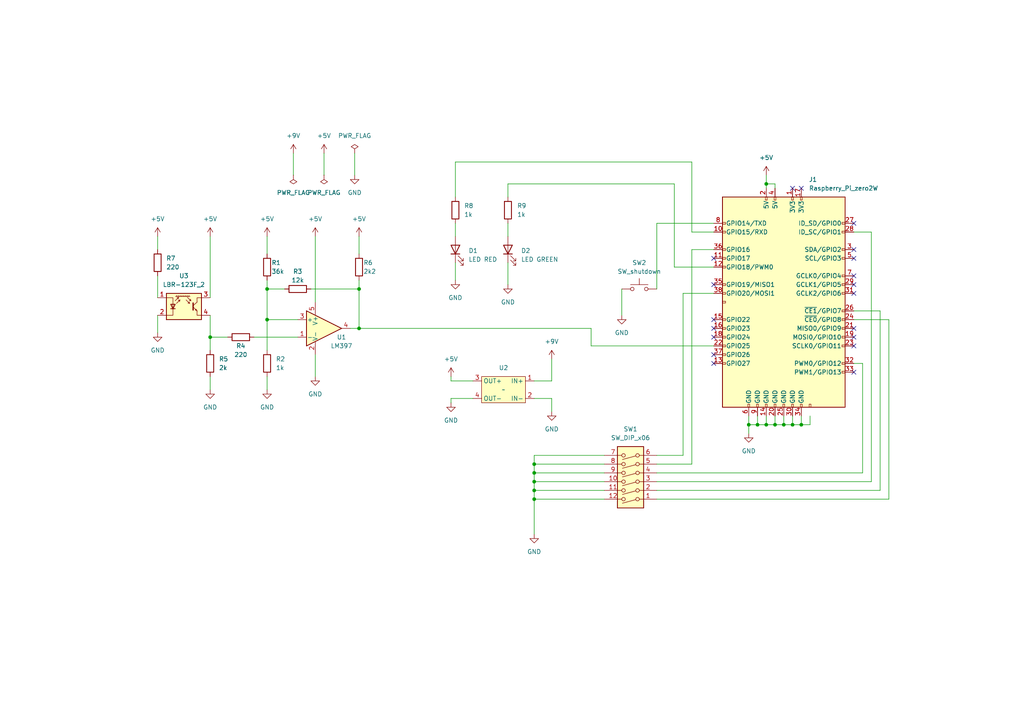
<source format=kicad_sch>
(kicad_sch (version 20230121) (generator eeschema)
  (paper "A4")
  (title_block (title "FILM MAGAZINE") (rev "1") (company "frogman crafts"))
  (lib_symbols
    (symbol "Comparator:LM397" (pin_names (offset 0.127))
      (property "Reference" "U" (at 1.27 5.08 0))
      (property "Value" "LM397" (at 3.81 -5.08 0))
      (symbol "LM397_0_1"
        (polyline (pts (xy -5.08 5.08) (xy 5.08 0) (xy -5.08 -5.08) (xy -5.08 5.08)) (stroke (width 0.254)) (fill (type background)))
      )
      (symbol "LM397_1_1"
        (pin input line (at -7.62 -2.54 0) (length 2.54) (name "-") (number "1"))
        (pin power_in line (at -2.54 -7.62 90) (length 3.81) (name "V-") (number "2"))
        (pin input line (at -7.62 2.54 0) (length 2.54) (name "+") (number "3"))
        (pin open_collector line (at 7.62 0 180) (length 2.54) (name "~") (number "4"))
        (pin power_in line (at -2.54 7.62 270) (length 3.81) (name "V+") (number "5"))
      )
    )
    (symbol "Device:LED" (pin_numbers hide) (pin_names (offset 1.016) hide)
      (property "Reference" "D" (at 0 2.54 0))
      (property "Value" "LED" (at 0 -2.54 0))
      (symbol "LED_0_1"
        (polyline (pts (xy -1.27 -1.27) (xy -1.27 1.27)) (stroke (width 0.254)))
        (polyline (pts (xy -1.27 0) (xy 1.27 0)))
        (polyline (pts (xy 1.27 -1.27) (xy 1.27 1.27) (xy -1.27 0) (xy 1.27 -1.27)) (stroke (width 0.254)))
        (polyline (pts (xy -3.048 -0.762) (xy -4.572 -2.286) (xy -3.81 -2.286) (xy -4.572 -2.286) (xy -4.572 -1.524)))
        (polyline (pts (xy -1.778 -0.762) (xy -3.302 -2.286) (xy -2.54 -2.286) (xy -3.302 -2.286) (xy -3.302 -1.524)))
      )
      (symbol "LED_1_1"
        (pin passive line (at -3.81 0 0) (length 2.54) (name "K") (number "1"))
        (pin passive line (at 3.81 0 180) (length 2.54) (name "A") (number "2"))
      )
    )
    (symbol "Device:R" (pin_numbers hide) (pin_names (offset 0))
      (property "Reference" "R" (at 2.032 0 90))
      (property "Value" "R" (at 0 0 90))
      (symbol "R_0_1"
        (rectangle (start -1.016 -2.54) (end 1.016 2.54) (stroke (width 0.254)))
      )
      (symbol "R_1_1"
        (pin passive line (at 0 3.81 270) (length 1.27) (name "~") (number "1"))
        (pin passive line (at 0 -3.81 90) (length 1.27) (name "~") (number "2"))
      )
    )
    (symbol "Switch:SW_DIP_x06" (pin_names (offset 0) hide)
      (property "Reference" "SW" (at 0 11.43 0))
      (property "Value" "SW_DIP_x06" (at 0 -8.89 0))
      (symbol "SW_DIP_x06_0_0"
        (circle (center -2.032 -5.08) (radius 0.508))
        (circle (center -2.032 -2.54) (radius 0.508))
        (circle (center -2.032 0) (radius 0.508))
        (circle (center -2.032 2.54) (radius 0.508))
        (circle (center -2.032 5.08) (radius 0.508))
        (circle (center -2.032 7.62) (radius 0.508))
        (polyline (pts (xy -1.524 -4.9276) (xy 2.3622 -3.8862)))
        (polyline (pts (xy -1.524 -2.3876) (xy 2.3622 -1.3462)))
        (polyline (pts (xy -1.524 0.127) (xy 2.3622 1.1684)))
        (polyline (pts (xy -1.524 2.667) (xy 2.3622 3.7084)))
        (polyline (pts (xy -1.524 5.207) (xy 2.3622 6.2484)))
        (polyline (pts (xy -1.524 7.747) (xy 2.3622 8.7884)))
        (circle (center 2.032 -5.08) (radius 0.508))
        (circle (center 2.032 -2.54) (radius 0.508))
        (circle (center 2.032 0) (radius 0.508))
        (circle (center 2.032 2.54) (radius 0.508))
        (circle (center 2.032 5.08) (radius 0.508))
        (circle (center 2.032 7.62) (radius 0.508))
      )
      (symbol "SW_DIP_x06_0_1"
        (rectangle (start -3.81 10.16) (end 3.81 -7.62) (stroke (width 0.254)) (fill (type background)))
      )
      (symbol "SW_DIP_x06_1_1"
        (pin passive line (at -7.62 7.62 0) (length 5.08) (name "~") (number "1"))
        (pin passive line (at 7.62 2.54 180) (length 5.08) (name "~") (number "10"))
        (pin passive line (at 7.62 5.08 180) (length 5.08) (name "~") (number "11"))
        (pin passive line (at 7.62 7.62 180) (length 5.08) (name "~") (number "12"))
        (pin passive line (at -7.62 5.08 0) (length 5.08) (name "~") (number "2"))
        (pin passive line (at -7.62 2.54 0) (length 5.08) (name "~") (number "3"))
        (pin passive line (at -7.62 0 0) (length 5.08) (name "~") (number "4"))
        (pin passive line (at -7.62 -2.54 0) (length 5.08) (name "~") (number "5"))
        (pin passive line (at -7.62 -5.08 0) (length 5.08) (name "~") (number "6"))
        (pin passive line (at 7.62 -5.08 180) (length 5.08) (name "~") (number "7"))
        (pin passive line (at 7.62 -2.54 180) (length 5.08) (name "~") (number "8"))
        (pin passive line (at 7.62 0 180) (length 5.08) (name "~") (number "9"))
      )
    )
    (symbol "Switch:SW_Push" (pin_numbers hide) (pin_names (offset 1.016) hide)
      (property "Reference" "SW" (at 1.27 2.54 0))
      (property "Value" "SW_Push" (at 0 -1.524 0))
      (symbol "SW_Push_0_1"
        (circle (center -2.032 0) (radius 0.508))
        (polyline (pts (xy 0 1.27) (xy 0 3.048)))
        (polyline (pts (xy 2.54 1.27) (xy -2.54 1.27)))
        (circle (center 2.032 0) (radius 0.508))
        (pin passive line (at -5.08 0 0) (length 2.54) (name "1") (number "1"))
        (pin passive line (at 5.08 0 180) (length 2.54) (name "2") (number "2"))
      )
    )
    (symbol "crockwork_cinecamera:LBR-123F_2" (pin_names (offset 0.0254) hide)
      (property "Reference" "U" (at -3.81 5.08 0))
      (property "Value" "LBR-123F_2" (at 15.24 5.08 0))
      (symbol "LBR-123F_2_0_1"
        (polyline (pts (xy -3.81 -0.635) (xy -2.54 -0.635)) (stroke (width 0.254)))
        (polyline (pts (xy -2.286 2.921) (xy -2.032 3.175)))
        (polyline (pts (xy -1.778 2.921) (xy -1.524 3.175)))
        (polyline (pts (xy -1.524 2.667) (xy -1.651 2.159)))
        (polyline (pts (xy -1.27 2.921) (xy -1.016 3.175)))
        (polyline (pts (xy -1.143 1.905) (xy -1.27 1.397)))
        (polyline (pts (xy -0.762 2.921) (xy -0.508 3.175)))
        (polyline (pts (xy -0.254 2.921) (xy 0 3.175)))
        (polyline (pts (xy 0.254 2.921) (xy 0.508 3.175)))
        (polyline (pts (xy 0.762 2.921) (xy 1.016 3.175)))
        (polyline (pts (xy 1.27 2.921) (xy 1.524 3.175)))
        (polyline (pts (xy 1.651 0.889) (xy 1.143 1.016)))
        (polyline (pts (xy 1.778 2.921) (xy -2.413 2.921)))
        (polyline (pts (xy 2.032 1.651) (xy 1.524 1.778)))
        (polyline (pts (xy 2.667 0.254) (xy 3.81 1.27)))
        (polyline (pts (xy 2.794 -0.254) (xy 3.429 -0.889)))
        (polyline (pts (xy -2.54 1.651) (xy -1.524 2.667) (xy -2.032 2.54)))
        (polyline (pts (xy -2.159 0.889) (xy -1.143 1.905) (xy -1.651 1.778)))
        (polyline (pts (xy 0.635 1.905) (xy 1.651 0.889) (xy 1.524 1.397)))
        (polyline (pts (xy 1.016 2.667) (xy 2.032 1.651) (xy 1.905 2.159)))
        (polyline (pts (xy 2.667 1.016) (xy 2.667 -1.016) (xy 2.667 -1.016)) (stroke (width 0.3556)))
        (polyline (pts (xy 3.81 -1.27) (xy 3.81 -2.54) (xy 5.08 -2.54)))
        (polyline (pts (xy 3.81 1.27) (xy 3.81 2.54) (xy 5.08 2.54)))
        (polyline (pts (xy -5.08 -2.54) (xy -3.175 -2.54) (xy -3.175 2.54) (xy -5.08 2.54)))
        (polyline (pts (xy -3.175 -0.635) (xy -3.81 0.635) (xy -2.54 0.635) (xy -3.175 -0.635)) (stroke (width 0.254)))
        (polyline (pts (xy 3.81 -1.27) (xy 3.556 -0.762) (xy 3.302 -1.016) (xy 3.81 -1.27)))
        (polyline (pts (xy -5.08 -3.81) (xy 5.08 -3.81) (xy 5.08 3.81) (xy -5.08 3.81) (xy -5.08 -3.81)) (stroke (width 0.254)) (fill (type background)))
      )
      (symbol "LBR-123F_2_1_1"
        (pin input line (at -7.62 2.54 0) (length 2.54) (name "A") (number "1"))
        (pin power_in line (at -7.62 -2.54 0) (length 2.54) (name "K") (number "2"))
        (pin power_in line (at 7.62 2.54 180) (length 2.54) (name "~") (number "3"))
        (pin output line (at 7.62 -2.54 180) (length 2.54) (name "~") (number "4"))
      )
    )
    (symbol "crockwork_cinecamera:MP2307_DC-DC_converter_board"
      (property "Reference" "U" (at 1.27 5.08 0))
      (symbol "MP2307_DC-DC_converter_board_1_1"
        (rectangle (start -6.35 3.81) (end 6.35 -3.81) (fill (type background)))
        (pin power_in line (at 8.89 2.54 180) (length 2.54) (name "IN+") (number "1"))
        (pin power_in line (at 8.89 -2.54 180) (length 2.54) (name "IN-") (number "2"))
        (pin power_in line (at -8.89 2.54 0) (length 2.54) (name "OUT+") (number "3"))
        (pin power_in line (at -8.89 -2.54 0) (length 2.54) (name "OUT-") (number "4"))
      )
    )
    (symbol "crockwork_cinecamera:Raspberry_Pi_Zero2W_2x19" (pin_names (offset 1.016))
      (property "Reference" "J" (at -17.78 31.75 0))
      (property "Value" "Raspberry_Pi_zero2W" (at 10.16 -31.75 0))
      (symbol "Raspberry_Pi_Zero2W_2x19_0_1"
        (rectangle (start -17.78 30.48) (end 17.78 -30.48) (stroke (width 0.254)) (fill (type background)))
      )
      (symbol "Raspberry_Pi_Zero2W_2x19_1_1"
        (rectangle (start -16.891 -17.526) (end -17.78 -18.034))
        (rectangle (start -16.891 -14.986) (end -17.78 -15.494))
        (rectangle (start -16.891 -12.446) (end -17.78 -12.954))
        (rectangle (start -16.891 -9.906) (end -17.78 -10.414))
        (rectangle (start -16.891 -7.366) (end -17.78 -7.874))
        (rectangle (start -16.891 -4.826) (end -17.78 -5.334))
        (rectangle (start -16.891 0.254) (end -17.78 -0.254))
        (rectangle (start -16.891 2.794) (end -17.78 2.286))
        (rectangle (start -16.891 5.334) (end -17.78 4.826))
        (rectangle (start -16.891 10.414) (end -17.78 9.906))
        (rectangle (start -16.891 12.954) (end -17.78 12.446))
        (rectangle (start -16.891 15.494) (end -17.78 14.986))
        (rectangle (start -16.891 20.574) (end -17.78 20.066))
        (rectangle (start -16.891 23.114) (end -17.78 22.606))
        (rectangle (start -10.414 -29.591) (end -9.906 -30.48))
        (rectangle (start -7.874 -29.591) (end -7.366 -30.48))
        (rectangle (start -5.334 -29.591) (end -4.826 -30.48))
        (rectangle (start -5.334 30.48) (end -4.826 29.591))
        (rectangle (start -2.794 -29.591) (end -2.286 -30.48))
        (rectangle (start -2.794 30.48) (end -2.286 29.591))
        (rectangle (start -0.254 -29.591) (end 0.254 -30.48))
        (rectangle (start 2.286 -29.591) (end 2.794 -30.48))
        (rectangle (start 2.286 30.48) (end 2.794 29.591))
        (rectangle (start 4.826 -29.591) (end 5.334 -30.48))
        (rectangle (start 4.826 30.48) (end 5.334 29.591))
        (rectangle (start 7.366 -29.591) (end 7.874 -30.48))
        (rectangle (start 17.78 -20.066) (end 16.891 -20.574))
        (rectangle (start 17.78 -17.526) (end 16.891 -18.034))
        (rectangle (start 17.78 -12.446) (end 16.891 -12.954))
        (rectangle (start 17.78 -9.906) (end 16.891 -10.414))
        (rectangle (start 17.78 -7.366) (end 16.891 -7.874))
        (rectangle (start 17.78 -4.826) (end 16.891 -5.334))
        (rectangle (start 17.78 -2.286) (end 16.891 -2.794))
        (rectangle (start 17.78 2.794) (end 16.891 2.286))
        (rectangle (start 17.78 5.334) (end 16.891 4.826))
        (rectangle (start 17.78 7.874) (end 16.891 7.366))
        (rectangle (start 17.78 12.954) (end 16.891 12.446))
        (rectangle (start 17.78 15.494) (end 16.891 14.986))
        (rectangle (start 17.78 20.574) (end 16.891 20.066))
        (rectangle (start 17.78 23.114) (end 16.891 22.606))
        (pin power_in line (at 2.54 33.02 270) (length 2.54) (name "3V3") (number "1"))
        (pin bidirectional line (at -20.32 20.32 0) (length 2.54) (name "GPIO15/RXD") (number "10"))
        (pin bidirectional line (at -20.32 12.7 0) (length 2.54) (name "GPIO17") (number "11"))
        (pin bidirectional line (at -20.32 10.16 0) (length 2.54) (name "GPIO18/PWM0") (number "12"))
        (pin bidirectional line (at -20.32 -17.78 0) (length 2.54) (name "GPIO27") (number "13"))
        (pin power_in line (at -5.08 -33.02 90) (length 2.54) (name "GND") (number "14"))
        (pin bidirectional line (at -20.32 -5.08 0) (length 2.54) (name "GPIO22") (number "15"))
        (pin bidirectional line (at -20.32 -7.62 0) (length 2.54) (name "GPIO23") (number "16"))
        (pin power_in line (at 5.08 33.02 270) (length 2.54) (name "3V3") (number "17"))
        (pin bidirectional line (at -20.32 -10.16 0) (length 2.54) (name "GPIO24") (number "18"))
        (pin bidirectional line (at 20.32 -10.16 180) (length 2.54) (name "MOSI0/GPIO10") (number "19"))
        (pin power_in line (at -5.08 33.02 270) (length 2.54) (name "5V") (number "2"))
        (pin power_in line (at -2.54 -33.02 90) (length 2.54) (name "GND") (number "20"))
        (pin bidirectional line (at 20.32 -7.62 180) (length 2.54) (name "MISO0/GPIO9") (number "21"))
        (pin bidirectional line (at -20.32 -12.7 0) (length 2.54) (name "GPIO25") (number "22"))
        (pin bidirectional line (at 20.32 -12.7 180) (length 2.54) (name "SCLK0/GPIO11") (number "23"))
        (pin bidirectional line (at 20.32 -5.08 180) (length 2.54) (name "~{CE0}/GPIO8") (number "24"))
        (pin power_in line (at 0 -33.02 90) (length 2.54) (name "GND") (number "25"))
        (pin bidirectional line (at 20.32 -2.54 180) (length 2.54) (name "~{CE1}/GPIO7") (number "26"))
        (pin bidirectional line (at 20.32 22.86 180) (length 2.54) (name "ID_SD/GPIO0") (number "27"))
        (pin bidirectional line (at 20.32 20.32 180) (length 2.54) (name "ID_SC/GPIO1") (number "28"))
        (pin bidirectional line (at 20.32 5.08 180) (length 2.54) (name "GCLK1/GPIO5") (number "29"))
        (pin bidirectional line (at 20.32 15.24 180) (length 2.54) (name "SDA/GPIO2") (number "3"))
        (pin power_in line (at 2.54 -33.02 90) (length 2.54) (name "GND") (number "30"))
        (pin bidirectional line (at 20.32 2.54 180) (length 2.54) (name "GCLK2/GPIO6") (number "31"))
        (pin bidirectional line (at 20.32 -17.78 180) (length 2.54) (name "PWM0/GPIO12") (number "32"))
        (pin bidirectional line (at 20.32 -20.32 180) (length 2.54) (name "PWM1/GPIO13") (number "33"))
        (pin power_in line (at 5.08 -33.02 90) (length 2.54) (name "GND") (number "34"))
        (pin bidirectional line (at -20.32 5.08 0) (length 2.54) (name "GPIO19/MISO1") (number "35"))
        (pin bidirectional line (at -20.32 15.24 0) (length 2.54) (name "GPIO16") (number "36"))
        (pin bidirectional line (at -20.32 -15.24 0) (length 2.54) (name "GPIO26") (number "37"))
        (pin bidirectional line (at -20.32 2.54 0) (length 2.54) (name "GPIO20/MOSI1") (number "38"))
        (pin power_in line (at -2.54 33.02 270) (length 2.54) (name "5V") (number "4"))
        (pin bidirectional line (at 20.32 12.7 180) (length 2.54) (name "SCL/GPIO3") (number "5"))
        (pin power_in line (at -10.16 -33.02 90) (length 2.54) (name "GND") (number "6"))
        (pin bidirectional line (at 20.32 7.62 180) (length 2.54) (name "GCLK0/GPIO4") (number "7"))
        (pin bidirectional line (at -20.32 22.86 0) (length 2.54) (name "GPIO14/TXD") (number "8"))
        (pin power_in line (at -7.62 -33.02 90) (length 2.54) (name "GND") (number "9"))
      )
    )
    (symbol "power:+5V" (power) (pin_names (offset 0))
      (property "Value" "+5V" (at 0 3.556 0))
      (symbol "+5V_0_1"
        (polyline (pts (xy -0.762 1.27) (xy 0 2.54)))
        (polyline (pts (xy 0 0) (xy 0 2.54)))
        (polyline (pts (xy 0 2.54) (xy 0.762 1.27)))
      )
      (symbol "+5V_1_1"
        (pin power_in line (at 0 0 90) (length 0) hide (name "+5V") (number "1"))
      )
    )
    (symbol "power:+9V" (power) (pin_names (offset 0))
      (property "Value" "+9V" (at 0 3.556 0))
      (symbol "+9V_0_1"
        (polyline (pts (xy -0.762 1.27) (xy 0 2.54)))
        (polyline (pts (xy 0 0) (xy 0 2.54)))
        (polyline (pts (xy 0 2.54) (xy 0.762 1.27)))
      )
      (symbol "+9V_1_1"
        (pin power_in line (at 0 0 90) (length 0) hide (name "+9V") (number "1"))
      )
    )
    (symbol "power:GND" (power) (pin_names (offset 0))
      (property "Value" "GND" (at 0 -3.81 0))
      (symbol "GND_0_1"
        (polyline (pts (xy 0 0) (xy 0 -1.27) (xy 1.27 -1.27) (xy 0 -2.54) (xy -1.27 -1.27) (xy 0 -1.27)))
      )
      (symbol "GND_1_1"
        (pin power_in line (at 0 0 270) (length 0) hide (name "GND") (number "1"))
      )
    )
    (symbol "power:PWR_FLAG" (power) (pin_numbers hide) (pin_names (offset 0) hide)
      (property "Value" "PWR_FLAG" (at 0 3.81 0))
      (symbol "PWR_FLAG_0_0"
        (pin power_out line (at 0 0 90) (length 0) (name "pwr") (number "1"))
      )
      (symbol "PWR_FLAG_0_1"
        (polyline (pts (xy 0 0) (xy 0 1.27) (xy -1.016 1.905) (xy 0 2.54) (xy 1.016 1.905) (xy 0 1.27)))
      )
    )
  )
  (junction (at 222.25 53.34))
  (junction (at 104.14 95.25))
  (junction (at 154.94 134.62))
  (junction (at 217.17 123.19))
  (junction (at 219.71 123.19))
  (junction (at 154.94 142.24))
  (junction (at 154.94 139.7))
  (junction (at 77.47 83.82))
  (junction (at 154.94 137.16))
  (junction (at 222.25 123.19))
  (junction (at 77.47 92.71))
  (junction (at 232.41 123.19))
  (junction (at 104.14 83.82))
  (junction (at 154.94 144.78))
  (junction (at 227.33 123.19))
  (junction (at 224.79 123.19))
  (junction (at 229.87 123.19))
  (junction (at 60.96 97.79))
  (no_connect (at 247.65 64.77))
  (no_connect (at 247.65 107.95))
  (no_connect (at 207.01 95.25))
  (no_connect (at 207.01 74.93))
  (no_connect (at 247.65 97.79))
  (no_connect (at 247.65 85.09))
  (no_connect (at 229.87 54.61))
  (no_connect (at 247.65 72.39))
  (no_connect (at 207.01 97.79))
  (no_connect (at 247.65 95.25))
  (no_connect (at 207.01 102.87))
  (no_connect (at 247.65 100.33))
  (no_connect (at 207.01 105.41))
  (no_connect (at 207.01 82.55))
  (no_connect (at 247.65 80.01))
  (no_connect (at 207.01 92.71))
  (no_connect (at 247.65 82.55))
  (no_connect (at 232.41 54.61))
  (no_connect (at 247.65 74.93))
  (wire (pts (xy 91.44 102.87) (xy 91.44 109.22)))
  (wire (pts (xy 190.5 137.16) (xy 250.19 137.16)))
  (wire (pts (xy 227.33 120.65) (xy 227.33 123.19)))
  (wire (pts (xy 171.45 95.25) (xy 104.14 95.25)))
  (wire (pts (xy 190.5 134.62) (xy 200.66 134.62)))
  (wire (pts (xy 60.96 97.79) (xy 66.04 97.79)))
  (wire (pts (xy 60.96 97.79) (xy 60.96 101.6)))
  (wire (pts (xy 160.02 115.57) (xy 160.02 119.38)))
  (wire (pts (xy 232.41 120.65) (xy 232.41 123.19)))
  (wire (pts (xy 234.95 123.19) (xy 234.95 120.65)))
  (wire (pts (xy 77.47 83.82) (xy 77.47 92.71)))
  (wire (pts (xy 77.47 81.28) (xy 77.47 83.82)))
  (wire (pts (xy 154.94 137.16) (xy 175.26 137.16)))
  (wire (pts (xy 217.17 123.19) (xy 217.17 125.73)))
  (wire (pts (xy 255.27 90.17) (xy 247.65 90.17)))
  (wire (pts (xy 154.94 144.78) (xy 154.94 142.24)))
  (wire (pts (xy 77.47 83.82) (xy 82.55 83.82)))
  (wire (pts (xy 102.87 44.45) (xy 102.87 50.8)))
  (wire (pts (xy 257.81 92.71) (xy 257.81 144.78)))
  (wire (pts (xy 154.94 110.49) (xy 160.02 110.49)))
  (wire (pts (xy 91.44 68.58) (xy 91.44 87.63)))
  (wire (pts (xy 222.25 120.65) (xy 222.25 123.19)))
  (wire (pts (xy 217.17 123.19) (xy 219.71 123.19)))
  (wire (pts (xy 154.94 142.24) (xy 175.26 142.24)))
  (wire (pts (xy 224.79 53.34) (xy 224.79 54.61)))
  (wire (pts (xy 198.12 85.09) (xy 207.01 85.09)))
  (wire (pts (xy 130.81 109.22) (xy 130.81 110.49)))
  (wire (pts (xy 190.5 64.77) (xy 207.01 64.77)))
  (wire (pts (xy 207.01 67.31) (xy 200.66 67.31)))
  (wire (pts (xy 222.25 53.34) (xy 222.25 54.61)))
  (wire (pts (xy 195.58 53.34) (xy 147.32 53.34)))
  (wire (pts (xy 77.47 92.71) (xy 77.47 101.6)))
  (wire (pts (xy 93.98 44.45) (xy 93.98 50.8)))
  (wire (pts (xy 195.58 77.47) (xy 195.58 53.34)))
  (wire (pts (xy 132.08 76.2) (xy 132.08 81.28)))
  (wire (pts (xy 154.94 132.08) (xy 175.26 132.08)))
  (wire (pts (xy 45.72 91.44) (xy 45.72 96.52)))
  (wire (pts (xy 255.27 90.17) (xy 255.27 142.24)))
  (wire (pts (xy 132.08 64.77) (xy 132.08 68.58)))
  (wire (pts (xy 229.87 120.65) (xy 229.87 123.19)))
  (wire (pts (xy 147.32 64.77) (xy 147.32 68.58)))
  (wire (pts (xy 217.17 120.65) (xy 217.17 123.19)))
  (wire (pts (xy 247.65 92.71) (xy 257.81 92.71)))
  (wire (pts (xy 101.6 95.25) (xy 104.14 95.25)))
  (wire (pts (xy 171.45 100.33) (xy 171.45 95.25)))
  (wire (pts (xy 77.47 92.71) (xy 86.36 92.71)))
  (wire (pts (xy 219.71 120.65) (xy 219.71 123.19)))
  (wire (pts (xy 250.19 105.41) (xy 247.65 105.41)))
  (wire (pts (xy 154.94 139.7) (xy 175.26 139.7)))
  (wire (pts (xy 190.5 142.24) (xy 255.27 142.24)))
  (wire (pts (xy 252.73 139.7) (xy 252.73 67.31)))
  (wire (pts (xy 195.58 77.47) (xy 207.01 77.47)))
  (wire (pts (xy 154.94 144.78) (xy 154.94 154.94)))
  (wire (pts (xy 154.94 134.62) (xy 154.94 137.16)))
  (wire (pts (xy 45.72 68.58) (xy 45.72 72.39)))
  (wire (pts (xy 154.94 132.08) (xy 154.94 134.62)))
  (wire (pts (xy 147.32 57.15) (xy 147.32 53.34)))
  (wire (pts (xy 222.25 50.8) (xy 222.25 53.34)))
  (wire (pts (xy 154.94 134.62) (xy 175.26 134.62)))
  (wire (pts (xy 200.66 72.39) (xy 207.01 72.39)))
  (wire (pts (xy 229.87 123.19) (xy 232.41 123.19)))
  (wire (pts (xy 232.41 123.19) (xy 234.95 123.19)))
  (wire (pts (xy 190.5 139.7) (xy 252.73 139.7)))
  (wire (pts (xy 224.79 123.19) (xy 227.33 123.19)))
  (wire (pts (xy 154.94 139.7) (xy 154.94 142.24)))
  (wire (pts (xy 137.16 115.57) (xy 130.81 115.57)))
  (wire (pts (xy 130.81 115.57) (xy 130.81 116.84)))
  (wire (pts (xy 104.14 83.82) (xy 104.14 95.25)))
  (wire (pts (xy 60.96 68.58) (xy 60.96 86.36)))
  (wire (pts (xy 224.79 120.65) (xy 224.79 123.19)))
  (wire (pts (xy 252.73 67.31) (xy 247.65 67.31)))
  (wire (pts (xy 154.94 115.57) (xy 160.02 115.57)))
  (wire (pts (xy 90.17 83.82) (xy 104.14 83.82)))
  (wire (pts (xy 190.5 132.08) (xy 198.12 132.08)))
  (wire (pts (xy 250.19 137.16) (xy 250.19 105.41)))
  (wire (pts (xy 200.66 72.39) (xy 200.66 134.62)))
  (wire (pts (xy 85.09 44.45) (xy 85.09 50.8)))
  (wire (pts (xy 180.34 83.82) (xy 180.34 91.44)))
  (wire (pts (xy 60.96 109.22) (xy 60.96 113.03)))
  (wire (pts (xy 222.25 123.19) (xy 224.79 123.19)))
  (wire (pts (xy 207.01 100.33) (xy 171.45 100.33)))
  (wire (pts (xy 132.08 46.99) (xy 200.66 46.99)))
  (wire (pts (xy 160.02 110.49) (xy 160.02 104.14)))
  (wire (pts (xy 190.5 83.82) (xy 190.5 64.77)))
  (wire (pts (xy 137.16 110.49) (xy 130.81 110.49)))
  (wire (pts (xy 104.14 81.28) (xy 104.14 83.82)))
  (wire (pts (xy 104.14 68.58) (xy 104.14 73.66)))
  (wire (pts (xy 132.08 46.99) (xy 132.08 57.15)))
  (wire (pts (xy 227.33 123.19) (xy 229.87 123.19)))
  (wire (pts (xy 45.72 80.01) (xy 45.72 86.36)))
  (wire (pts (xy 154.94 137.16) (xy 154.94 139.7)))
  (wire (pts (xy 200.66 67.31) (xy 200.66 46.99)))
  (wire (pts (xy 60.96 91.44) (xy 60.96 97.79)))
  (wire (pts (xy 73.66 97.79) (xy 86.36 97.79)))
  (wire (pts (xy 77.47 68.58) (xy 77.47 73.66)))
  (wire (pts (xy 147.32 76.2) (xy 147.32 82.55)))
  (wire (pts (xy 77.47 109.22) (xy 77.47 113.03)))
  (wire (pts (xy 154.94 144.78) (xy 175.26 144.78)))
  (wire (pts (xy 198.12 85.09) (xy 198.12 132.08)))
  (wire (pts (xy 222.25 53.34) (xy 224.79 53.34)))
  (wire (pts (xy 219.71 123.19) (xy 222.25 123.19)))
  (wire (pts (xy 190.5 144.78) (xy 257.81 144.78)))
  (symbol (lib_id "power:+5V") (at 60.96 68.58 0) (unit 1)
    (property "Reference" "#PWR013" (effects hide))
    (property "Value" "+5V" (at 60.96 63.5 0))
  )
  (symbol (lib_id "Device:R") (at 60.96 105.41 0) (unit 1)
    (property "Reference" "R5" (at 63.5 104.14 0) (effects (justify left)))
    (property "Value" "2k" (at 63.5 106.68 0) (effects (justify left)))
    (property "Footprint" "Resistor_SMD:R_0805_2012Metric_Pad1.20x1.40mm_HandSolder" (effects hide))
  )
  (symbol (lib_id "crockwork_cinecamera:Raspberry_Pi_Zero2W_2x19") (at 227.33 87.63 0) (unit 1)
    (property "Reference" "J1" (at 234.6041 52.07 0) (effects (justify left)))
    (property "Value" "Raspberry_Pi_zero2W" (at 234.6041 54.61 0) (effects (justify left)))
    (property "Footprint" "Crockwork_Cinecamera:raspberry Pi socket 2x19" (effects hide))
    (property "Datasheet" "https://www.raspberrypi.org/documentation/hardware/raspberrypi/schematics/rpi_SCH_3bplus_1p0_reduced.pdf" (effects hide))
  )
  (symbol (lib_id "power:+9V") (at 160.02 104.14 0) (unit 1)
    (property "Reference" "#PWR011" (effects hide))
    (property "Value" "+9V" (at 160.02 99.06 0))
  )
  (symbol (lib_id "power:+5V") (at 77.47 68.58 0) (unit 1)
    (property "Reference" "#PWR08" (effects hide))
    (property "Value" "+5V" (at 77.47 63.5 0))
  )
  (symbol (lib_id "power:GND") (at 130.81 116.84 0) (unit 1)
    (property "Reference" "#PWR018" (effects hide))
    (property "Value" "GND" (at 130.81 121.92 0))
  )
  (symbol (lib_id "power:GND") (at 77.47 113.03 0) (unit 1)
    (property "Reference" "#PWR05" (effects hide))
    (property "Value" "GND" (at 77.47 118.11 0))
  )
  (symbol (lib_id "Device:LED") (at 147.32 72.39 90) (unit 1)
    (property "Reference" "D2" (at 151.13 72.7075 90) (effects (justify right)))
    (property "Value" "LED GREEN" (at 151.13 75.2475 90) (effects (justify right)))
    (property "Footprint" "LED_THT:LED_D3.0mm" (effects hide))
  )
  (symbol (lib_id "power:PWR_FLAG") (at 85.09 50.8 180) (unit 1)
    (property "Reference" "#FLG03" (effects hide))
    (property "Value" "PWR_FLAG" (at 85.09 55.88 0))
  )
  (symbol (lib_id "power:GND") (at 217.17 125.73 0) (unit 1)
    (property "Reference" "#PWR023" (effects hide))
    (property "Value" "GND" (at 217.17 130.81 0))
  )
  (symbol (lib_id "power:GND") (at 154.94 154.94 0) (unit 1)
    (property "Reference" "#PWR010" (effects hide))
    (property "Value" "GND" (at 154.94 160.02 0))
  )
  (symbol (lib_id "power:GND") (at 102.87 50.8 0) (unit 1)
    (property "Reference" "#PWR021" (effects hide))
    (property "Value" "GND" (at 102.87 55.88 0))
  )
  (symbol (lib_id "power:+5V") (at 130.81 109.22 0) (unit 1)
    (property "Reference" "#PWR012" (effects hide))
    (property "Value" "+5V" (at 130.81 104.14 0))
  )
  (symbol (lib_id "Switch:SW_Push") (at 185.42 83.82 0) (unit 1)
    (property "Reference" "SW2" (at 185.42 76.2 0))
    (property "Value" "SW_shutdown" (at 185.42 78.74 0))
    (property "Footprint" "Button_Switch_THT:SW_PUSH_6mm" (effects hide))
  )
  (symbol (lib_id "power:GND") (at 60.96 113.03 0) (unit 1)
    (property "Reference" "#PWR07" (effects hide))
    (property "Value" "GND" (at 60.96 118.11 0))
  )
  (symbol (lib_id "Switch:SW_DIP_x06") (at 182.88 137.16 180) (unit 1)
    (property "Reference" "SW1" (at 182.88 124.46 0))
    (property "Value" "SW_DIP_x06" (at 182.88 127 0))
    (property "Footprint" "Button_Switch_THT:SW_DIP_SPSTx06_Slide_9.78x17.42mm_W7.62mm_P2.54mm" (effects hide))
  )
  (symbol (lib_id "power:PWR_FLAG") (at 93.98 50.8 180) (unit 1)
    (property "Reference" "#FLG02" (effects hide))
    (property "Value" "PWR_FLAG" (at 93.98 55.88 0))
  )
  (symbol (lib_id "power:GND") (at 91.44 109.22 0) (unit 1)
    (property "Reference" "#PWR02" (effects hide))
    (property "Value" "GND" (at 91.44 114.3 0))
  )
  (symbol (lib_id "power:+5V") (at 222.25 50.8 0) (unit 1)
    (property "Reference" "#PWR03" (effects hide))
    (property "Value" "+5V" (at 222.25 45.72 0))
  )
  (symbol (lib_id "Device:R") (at 69.85 97.79 90) (unit 1)
    (property "Reference" "R4" (at 69.85 100.33 90))
    (property "Value" "220" (at 69.85 102.87 90))
    (property "Footprint" "Resistor_SMD:R_0805_2012Metric_Pad1.20x1.40mm_HandSolder" (effects hide))
  )
  (symbol (lib_id "Device:R") (at 147.32 60.96 0) (unit 1)
    (property "Reference" "R9" (at 149.9816 59.69 0) (effects (justify left)))
    (property "Value" "1k" (at 149.9816 62.23 0) (effects (justify left)))
    (property "Footprint" "Resistor_SMD:R_0805_2012Metric_Pad1.20x1.40mm_HandSolder" (effects hide))
  )
  (symbol (lib_id "Device:R") (at 86.36 83.82 90) (unit 1)
    (property "Reference" "R3" (at 86.36 78.74 90))
    (property "Value" "12k" (at 86.36 81.28 90))
    (property "Footprint" "Resistor_SMD:R_0805_2012Metric_Pad1.20x1.40mm_HandSolder" (effects hide))
  )
  (symbol (lib_id "Comparator:LM397") (at 93.98 95.25 0) (unit 1)
    (property "Reference" "U1" (at 99.06 97.79 0))
    (property "Value" "LM397" (at 99.06 100.33 0))
    (property "Footprint" "Package_TO_SOT_SMD:SOT-23-5" (effects hide))
    (property "Datasheet" "http://www.ti.com/lit/ds/symlink/lm397.pdf" (effects hide))
  )
  (symbol (lib_id "power:+5V") (at 104.14 68.58 0) (unit 1)
    (property "Reference" "#PWR04" (effects hide))
    (property "Value" "+5V" (at 104.14 63.5 0))
  )
  (symbol (lib_id "power:GND") (at 132.08 81.28 0) (unit 1)
    (property "Reference" "#PWR016" (effects hide))
    (property "Value" "GND" (at 132.08 86.36 0))
  )
  (symbol (lib_id "power:+5V") (at 45.72 68.58 0) (unit 1)
    (property "Reference" "#PWR014" (effects hide))
    (property "Value" "+5V" (at 45.72 63.5 0))
  )
  (symbol (lib_id "power:GND") (at 160.02 119.38 0) (unit 1)
    (property "Reference" "#PWR019" (effects hide))
    (property "Value" "GND" (at 160.02 124.46 0))
  )
  (symbol (lib_id "power:+5V") (at 93.98 44.45 0) (unit 1)
    (property "Reference" "#PWR015" (effects hide))
    (property "Value" "+5V" (at 93.98 39.37 0))
  )
  (symbol (lib_id "Device:R") (at 45.72 76.2 0) (unit 1)
    (property "Reference" "R7" (at 48.2107 74.93 0) (effects (justify left)))
    (property "Value" "220" (at 48.2107 77.47 0) (effects (justify left)))
    (property "Footprint" "Resistor_SMD:R_0805_2012Metric_Pad1.20x1.40mm_HandSolder" (effects hide))
  )
  (symbol (lib_id "Device:R") (at 77.47 77.47 0) (unit 1)
    (property "Reference" "R1" (at 78.74 76.2 0) (effects (justify left)))
    (property "Value" "36k" (at 78.74 78.74 0) (effects (justify left)))
    (property "Footprint" "Resistor_SMD:R_0805_2012Metric_Pad1.20x1.40mm_HandSolder" (effects hide))
  )
  (symbol (lib_id "power:GND") (at 45.72 96.52 0) (unit 1)
    (property "Reference" "#PWR09" (effects hide))
    (property "Value" "GND" (at 45.72 101.6 0))
  )
  (symbol (lib_id "Device:R") (at 104.14 77.47 0) (unit 1)
    (property "Reference" "R6" (at 105.41 76.2 0) (effects (justify left)))
    (property "Value" "2k2" (at 105.41 78.74 0) (effects (justify left)))
    (property "Footprint" "Resistor_SMD:R_0805_2012Metric_Pad1.20x1.40mm_HandSolder" (effects hide))
  )
  (symbol (lib_id "Device:LED") (at 132.08 72.39 90) (unit 1)
    (property "Reference" "D1" (at 135.89 72.7075 90) (effects (justify right)))
    (property "Value" "LED RED" (at 135.89 75.2475 90) (effects (justify right)))
    (property "Footprint" "LED_THT:LED_D3.0mm" (effects hide))
  )
  (symbol (lib_id "power:GND") (at 147.32 82.55 0) (unit 1)
    (property "Reference" "#PWR017" (effects hide))
    (property "Value" "GND" (at 147.32 87.63 0))
  )
  (symbol (lib_id "crockwork_cinecamera:MP2307_DC-DC_converter_board") (at 146.05 113.03 0) (unit 1)
    (property "Reference" "U2" (at 146.05 106.68 0))
    (property "Value" "~" (at 146.05 113.03 0))
    (property "Footprint" "Crockwork_Cinecamera:MP2307 DC-DC Board" (effects hide))
  )
  (symbol (lib_id "power:PWR_FLAG") (at 102.87 44.45 0) (unit 1)
    (property "Reference" "#FLG01" (effects hide))
    (property "Value" "PWR_FLAG" (at 102.87 39.37 0))
  )
  (symbol (lib_id "Device:R") (at 132.08 60.96 0) (unit 1)
    (property "Reference" "R8" (at 134.62 59.69 0) (effects (justify left)))
    (property "Value" "1k" (at 134.62 62.23 0) (effects (justify left)))
    (property "Footprint" "Resistor_SMD:R_0805_2012Metric_Pad1.20x1.40mm_HandSolder" (effects hide))
  )
  (symbol (lib_id "Device:R") (at 77.47 105.41 0) (unit 1)
    (property "Reference" "R2" (at 80.01 104.14 0) (effects (justify left)))
    (property "Value" "1k" (at 80.01 106.68 0) (effects (justify left)))
    (property "Footprint" "Resistor_SMD:R_0805_2012Metric_Pad1.20x1.40mm_HandSolder" (effects hide))
  )
  (symbol (lib_id "crockwork_cinecamera:LBR-123F_2") (at 53.34 88.9 0) (unit 1)
    (property "Reference" "U3" (at 53.34 80.01 0))
    (property "Value" "LBR-123F_2" (at 53.34 82.55 0))
    (property "Footprint" "Crockwork_Cinecamera:LBR-123F_2" (effects hide))
    (property "Datasheet" "https://akizukidenshi.com/goodsaffix/lbr-123f.pdf" (effects hide))
  )
  (symbol (lib_id "power:+5V") (at 91.44 68.58 0) (unit 1)
    (property "Reference" "#PWR06" (effects hide))
    (property "Value" "+5V" (at 91.44 63.5 0))
  )
  (symbol (lib_id "power:GND") (at 180.34 91.44 0) (unit 1)
    (property "Reference" "#PWR020" (effects hide))
    (property "Value" "GND" (at 180.34 96.52 0))
  )
  (symbol (lib_id "power:+9V") (at 85.09 44.45 0) (unit 1)
    (property "Reference" "#PWR022" (effects hide))
    (property "Value" "+9V" (at 85.09 39.37 0))
  )
)
</source>
